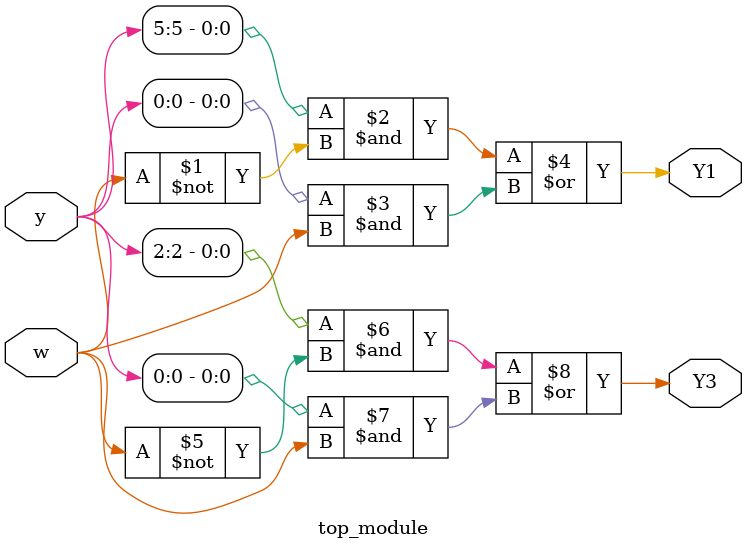
<source format=sv>
module top_module (
	input [5:0] y,
	input w,
	output Y1,
	output Y3
);
	
	// flip-flop Y1
	assign Y1 = (y[5] & ~w) | (y[0] & w);

	// flip-flop Y3
	assign Y3 = (y[2] & ~w) | (y[0] & w);

endmodule

</source>
